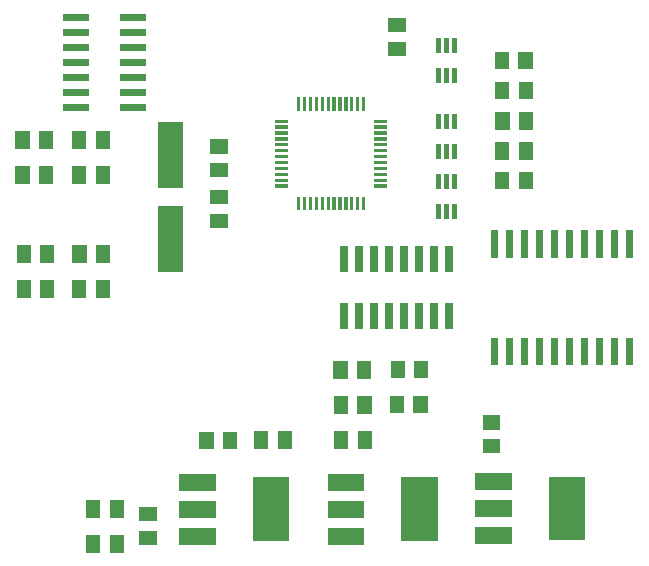
<source format=gbr>
G04 start of page 9 for group -4015 idx -4015 *
G04 Title: (unknown), toppaste *
G04 Creator: pcb 20110918 *
G04 CreationDate: Mon 01 Apr 2013 04:29:38 PM GMT UTC *
G04 For: telmo *
G04 Format: Gerber/RS-274X *
G04 PCB-Dimensions: 275000 278000 *
G04 PCB-Coordinate-Origin: lower left *
%MOIN*%
%FSLAX25Y25*%
%LNTOPPASTE*%
%ADD189R,0.0158X0.0158*%
%ADD188R,0.0240X0.0240*%
%ADD187R,0.1220X0.1220*%
%ADD186R,0.0560X0.0560*%
%ADD185R,0.0840X0.0840*%
%ADD184R,0.0110X0.0110*%
%ADD183R,0.0472X0.0472*%
G54D183*X124746Y101108D02*Y99927D01*
X132620Y101108D02*Y99927D01*
X45126Y189590D02*Y188409D01*
X53000Y189590D02*Y188409D01*
X45126Y201090D02*Y199909D01*
X53000Y201090D02*Y199909D01*
X45500Y151590D02*Y150409D01*
X53374Y151590D02*Y150409D01*
X45500Y163091D02*Y161910D01*
X53374Y163091D02*Y161910D01*
X71874Y189591D02*Y188410D01*
X64000Y189591D02*Y188410D01*
X71874Y201091D02*Y199910D01*
X64000Y201091D02*Y199910D01*
Y151590D02*Y150409D01*
X71874Y151590D02*Y150409D01*
X64126Y163091D02*Y161910D01*
X72000Y163091D02*Y161910D01*
G54D184*X129772Y206826D02*X133170D01*
X129772Y204858D02*X133170D01*
X129772Y202889D02*X133170D01*
X129772Y200921D02*X133170D01*
X129772Y198952D02*X133170D01*
X129772Y196984D02*X133170D01*
X129772Y195015D02*X133170D01*
X129772Y193047D02*X133170D01*
X129772Y191078D02*X133170D01*
X129772Y189110D02*X133170D01*
X129772Y187141D02*X133170D01*
X129772Y185173D02*X133170D01*
X137174Y181170D02*Y177772D01*
X139142Y181170D02*Y177772D01*
X141111Y181170D02*Y177772D01*
X143079Y181170D02*Y177772D01*
X145048Y181170D02*Y177772D01*
X147016Y181170D02*Y177772D01*
X148985Y181170D02*Y177772D01*
X150953Y181170D02*Y177772D01*
X152922Y181170D02*Y177772D01*
X154890Y181170D02*Y177772D01*
X156859Y181170D02*Y177772D01*
X158827Y181170D02*Y177772D01*
X162830Y185174D02*X166228D01*
X162830Y187142D02*X166228D01*
X162830Y189111D02*X166228D01*
X162830Y191079D02*X166228D01*
X162830Y193048D02*X166228D01*
X162830Y195016D02*X166228D01*
X162830Y196985D02*X166228D01*
X162830Y198953D02*X166228D01*
X162830Y200922D02*X166228D01*
X162830Y202890D02*X166228D01*
X162830Y204859D02*X166228D01*
X162830Y206827D02*X166228D01*
X158826Y214228D02*Y210830D01*
X156858Y214228D02*Y210830D01*
X154889Y214228D02*Y210830D01*
X152921Y214228D02*Y210830D01*
X150952Y214228D02*Y210830D01*
X148984Y214228D02*Y210830D01*
X147015Y214228D02*Y210830D01*
X145047Y214228D02*Y210830D01*
X143078Y214228D02*Y210830D01*
X141110Y214228D02*Y210830D01*
X139141Y214228D02*Y210830D01*
X137173Y214228D02*Y210830D01*
G54D185*X94500Y202300D02*Y188700D01*
Y174300D02*Y160700D01*
G54D183*X109909Y198374D02*X111090D01*
X109909Y190500D02*X111090D01*
X109909Y173626D02*X111090D01*
X109909Y181500D02*X111090D01*
X170169Y124612D02*Y123431D01*
X178043Y124612D02*Y123431D01*
X169926Y112991D02*Y111810D01*
X177800Y112991D02*Y111810D01*
X151225Y112890D02*Y111709D01*
X159099Y112890D02*Y111709D01*
X151126Y124590D02*Y123409D01*
X159000Y124590D02*Y123409D01*
X200849Y98510D02*X202030D01*
X200849Y106384D02*X202030D01*
G54D186*X198850Y86780D02*X205450D01*
X198850Y77780D02*X205450D01*
X198850Y68680D02*X205450D01*
G54D187*X226550Y82280D02*Y73280D01*
G54D186*X149700Y86500D02*X156300D01*
X149700Y77500D02*X156300D01*
X149700Y68400D02*X156300D01*
G54D187*X177400Y82000D02*Y73000D01*
G54D186*X100200Y86500D02*X106800D01*
X100200Y77500D02*X106800D01*
X100200Y68400D02*X106800D01*
G54D187*X127900Y82000D02*Y73000D01*
G54D183*X106469Y101012D02*Y99831D01*
X114343Y101012D02*Y99831D01*
X159174Y101091D02*Y99910D01*
X151300Y101091D02*Y99910D01*
G54D188*X247500Y169250D02*Y162550D01*
X242500Y169250D02*Y162550D01*
X237500Y169250D02*Y162550D01*
X232500Y169250D02*Y162550D01*
X227500Y169250D02*Y162550D01*
X222500Y169250D02*Y162550D01*
X217500Y169250D02*Y162550D01*
X212500Y169250D02*Y162550D01*
X207500Y169250D02*Y162550D01*
X202500Y169250D02*Y162550D01*
Y133450D02*Y126750D01*
X207500Y133450D02*Y126750D01*
X212500Y133450D02*Y126750D01*
X217500Y133450D02*Y126750D01*
X222500Y133450D02*Y126750D01*
X227500Y133450D02*Y126750D01*
X232500Y133450D02*Y126750D01*
X237500Y133450D02*Y126750D01*
X242500Y133450D02*Y126750D01*
X247500Y133450D02*Y126750D01*
X59900Y241500D02*X66200D01*
X59900Y236500D02*X66200D01*
X59900Y231500D02*X66200D01*
X59900Y226500D02*X66200D01*
X59900Y221500D02*X66200D01*
X59900Y216500D02*X66200D01*
X59900Y211500D02*X66200D01*
X78800D02*X85100D01*
X78800Y216500D02*X85100D01*
X78800Y221500D02*X85100D01*
X78800Y226500D02*X85100D01*
X78800Y231500D02*X85100D01*
X78800Y236500D02*X85100D01*
X78800Y241500D02*X85100D01*
G54D183*X169253Y238795D02*X170434D01*
X169253Y230921D02*X170434D01*
G54D189*X189000Y188575D02*Y185032D01*
X186441Y188575D02*Y185032D01*
X183882Y188575D02*Y185032D01*
Y178536D02*Y174993D01*
X186441Y178536D02*Y174993D01*
X189000Y178536D02*Y174993D01*
G54D183*X68626Y66590D02*Y65409D01*
X76500Y66590D02*Y65409D01*
X86410Y68000D02*X87591D01*
X86410Y75874D02*X87591D01*
X76500Y78091D02*Y76910D01*
X68626Y78091D02*Y76910D01*
G54D189*X189000Y208575D02*Y205032D01*
X186441Y208575D02*Y205032D01*
X183882Y208575D02*Y205032D01*
Y198536D02*Y194993D01*
X186441Y198536D02*Y194993D01*
X189000Y198536D02*Y194993D01*
G54D183*X205000Y197590D02*Y196409D01*
X212874Y197590D02*Y196409D01*
X204921Y227622D02*Y226441D01*
X212795Y227622D02*Y226441D01*
X205031Y217669D02*Y216488D01*
X212905Y217669D02*Y216488D01*
X205126Y207590D02*Y206409D01*
X213000Y207590D02*Y206409D01*
X205031Y187669D02*Y186488D01*
X212905Y187669D02*Y186488D01*
G54D189*X189014Y233776D02*Y230233D01*
X186455Y233776D02*Y230233D01*
X183896Y233776D02*Y230233D01*
Y223737D02*Y220194D01*
X186455Y223737D02*Y220194D01*
X189014Y223737D02*Y220194D01*
G54D188*X152300Y145000D02*Y138700D01*
X157300Y145000D02*Y138700D01*
X162300Y145000D02*Y138700D01*
X167300Y145000D02*Y138700D01*
X172300Y145000D02*Y138700D01*
X177300Y145000D02*Y138700D01*
X182300Y145000D02*Y138700D01*
X187300Y145000D02*Y138700D01*
Y163900D02*Y157600D01*
X182300Y163900D02*Y157600D01*
X177300Y163900D02*Y157600D01*
X172300Y163900D02*Y157600D01*
X167300Y163900D02*Y157600D01*
X162300Y163900D02*Y157600D01*
X157300Y163900D02*Y157600D01*
X152300Y163900D02*Y157600D01*
M02*

</source>
